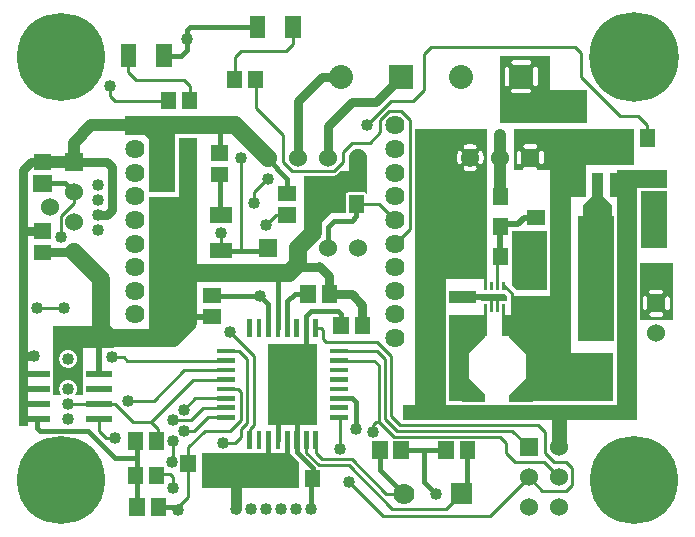
<source format=gbr>
G04 start of page 2 for group 0 idx 0 *
G04 Title: (unknown), component *
G04 Creator: pcb 20110918 *
G04 CreationDate: Thu 28 Mar 2013 11:33:22 PM GMT UTC *
G04 For: railfan *
G04 Format: Gerber/RS-274X *
G04 PCB-Dimensions: 225000 175000 *
G04 PCB-Coordinate-Origin: lower left *
%MOIN*%
%FSLAX25Y25*%
%LNTOP*%
%ADD44C,0.0370*%
%ADD43C,0.0240*%
%ADD42C,0.0530*%
%ADD41C,0.0480*%
%ADD40C,0.0380*%
%ADD39C,0.0280*%
%ADD38C,0.0320*%
%ADD37C,0.1285*%
%ADD36R,0.0142X0.0142*%
%ADD35R,0.0240X0.0240*%
%ADD34R,0.0098X0.0098*%
%ADD33R,0.0360X0.0360*%
%ADD32R,0.0945X0.0945*%
%ADD31R,0.0378X0.0378*%
%ADD30R,0.0630X0.0630*%
%ADD29R,0.0230X0.0230*%
%ADD28R,0.0200X0.0200*%
%ADD27R,0.0562X0.0562*%
%ADD26R,0.0157X0.0157*%
%ADD25R,0.0512X0.0512*%
%ADD24C,0.0700*%
%ADD23C,0.0800*%
%ADD22C,0.2987*%
%ADD21C,0.0640*%
%ADD20C,0.2937*%
%ADD19C,0.0500*%
%ADD18C,0.0350*%
%ADD17C,0.0600*%
%ADD16C,0.0400*%
%ADD15C,0.0300*%
%ADD14C,0.0200*%
%ADD13C,0.0100*%
%ADD12C,0.0150*%
%ADD11C,0.0001*%
G54D11*G36*
X102500Y107500D02*X108500D01*
X102500Y101500D01*
Y107500D01*
G37*
G36*
X64000Y26000D02*X93500D01*
X96500Y23000D01*
Y14500D01*
X64000D01*
Y26000D01*
G37*
G36*
X146500Y66500D02*X152000D01*
Y43500D01*
X146500D01*
Y66500D01*
G37*
G36*
X86000Y62500D02*X102500D01*
Y35500D01*
X86000D01*
Y62500D01*
G37*
G36*
X139000Y85000D02*X145500D01*
Y40500D01*
X139000D01*
Y85000D01*
G37*
G36*
X135000Y99000D02*X141500D01*
Y37000D01*
X135000D01*
Y99000D01*
G37*
G36*
X119000Y120000D02*Y112397D01*
X118996Y112407D01*
X118914Y112542D01*
X118811Y112661D01*
X118692Y112764D01*
X118557Y112846D01*
X118412Y112906D01*
X118259Y112943D01*
X118102Y112952D01*
X112827Y112943D01*
X112674Y112906D01*
X112529Y112846D01*
X112394Y112764D01*
X112275Y112661D01*
X112172Y112542D01*
X112090Y112407D01*
X112030Y112262D01*
X111993Y112109D01*
X111984Y111952D01*
X111993Y106000D01*
X98000D01*
Y118500D01*
X107941D01*
X108000Y118495D01*
X108235Y118514D01*
X108235Y118514D01*
X108465Y118569D01*
X108683Y118659D01*
X108884Y118783D01*
X109064Y118936D01*
X109102Y118981D01*
X110121Y120000D01*
X115892D01*
X116000Y119995D01*
X116108Y120000D01*
X119000D01*
G37*
G36*
X56500Y122500D02*Y131000D01*
X62500D01*
Y122500D01*
X56500D01*
G37*
G36*
X38500Y132000D02*Y138500D01*
X52500D01*
X55000Y136000D01*
Y113000D01*
X46500D01*
Y130500D01*
X45000Y132000D01*
X38500D01*
G37*
G36*
X46500Y111500D02*X58000D01*
Y66000D01*
X46500D01*
Y111500D01*
G37*
G36*
X3000Y39000D02*X6000D01*
Y35000D01*
X3000D01*
Y39000D01*
G37*
G36*
X14500Y68500D02*X33500D01*
X35000Y67000D01*
Y61500D01*
X34500Y61000D01*
X14500D01*
Y68500D01*
G37*
G36*
X19495D02*X24500D01*
Y45500D01*
X21737D01*
X21935Y45731D01*
X22181Y46134D01*
X22362Y46570D01*
X22472Y47029D01*
X22500Y47500D01*
X22472Y47971D01*
X22362Y48430D01*
X22181Y48866D01*
X21935Y49269D01*
X21628Y49628D01*
X21269Y49935D01*
X20866Y50181D01*
X20430Y50362D01*
X19971Y50472D01*
X19500Y50509D01*
X19495Y50509D01*
Y54491D01*
X19500Y54491D01*
X19971Y54528D01*
X20430Y54638D01*
X20866Y54819D01*
X21269Y55065D01*
X21628Y55372D01*
X21935Y55731D01*
X22181Y56134D01*
X22362Y56570D01*
X22472Y57029D01*
X22500Y57500D01*
X22472Y57971D01*
X22362Y58430D01*
X22181Y58866D01*
X21935Y59269D01*
X21628Y59628D01*
X21269Y59935D01*
X20866Y60181D01*
X20430Y60362D01*
X19971Y60472D01*
X19500Y60509D01*
X19495Y60509D01*
Y68500D01*
G37*
G36*
X14500Y45500D02*Y68500D01*
X19495D01*
Y60509D01*
X19029Y60472D01*
X18570Y60362D01*
X18134Y60181D01*
X17731Y59935D01*
X17372Y59628D01*
X17065Y59269D01*
X16819Y58866D01*
X16638Y58430D01*
X16528Y57971D01*
X16491Y57500D01*
X16528Y57029D01*
X16638Y56570D01*
X16819Y56134D01*
X17065Y55731D01*
X17372Y55372D01*
X17731Y55065D01*
X18134Y54819D01*
X18570Y54638D01*
X19029Y54528D01*
X19495Y54491D01*
Y50509D01*
X19029Y50472D01*
X18570Y50362D01*
X18134Y50181D01*
X17731Y49935D01*
X17372Y49628D01*
X17065Y49269D01*
X16819Y48866D01*
X16638Y48430D01*
X16528Y47971D01*
X16491Y47500D01*
X16528Y47029D01*
X16638Y46570D01*
X16819Y46134D01*
X17065Y45731D01*
X17263Y45500D01*
X14500D01*
G37*
G36*
X187000Y66000D02*Y43500D01*
X173500D01*
Y66000D01*
X187000D01*
G37*
G36*
X131000Y42000D02*X209000D01*
Y37000D01*
X131000D01*
Y42000D01*
G37*
G36*
X183000Y43500D02*Y59500D01*
X201000D01*
Y43500D01*
X183000D01*
G37*
G36*
X159000Y75000D02*Y65000D01*
X146500D01*
Y72000D01*
X158000D01*
Y75000D01*
X159000D01*
G37*
G36*
X158500Y79000D02*Y77000D01*
X154500D01*
Y79000D01*
X158500D01*
G37*
G36*
X168000Y77500D02*X167000D01*
Y79000D01*
X165500Y80500D01*
X164000D01*
Y82500D01*
X165000D01*
X168000Y79500D01*
Y77500D01*
G37*
G36*
X146500Y80000D02*X155500D01*
Y76000D01*
X146500D01*
Y80000D01*
G37*
G36*
X186500Y78500D02*Y65000D01*
X167000D01*
Y78500D01*
X186500D01*
G37*
G36*
X164000Y75500D02*X165000D01*
Y72000D01*
X167000D01*
Y75500D01*
X169000D01*
Y65000D01*
X164000D01*
Y75500D01*
G37*
G36*
X159000Y134000D02*Y124676D01*
X158986Y124500D01*
X159000Y124324D01*
Y118500D01*
X157113D01*
Y122353D01*
X157156Y122360D01*
X157268Y122397D01*
X157373Y122452D01*
X157468Y122522D01*
X157551Y122606D01*
X157619Y122702D01*
X157670Y122808D01*
X157818Y123216D01*
X157922Y123637D01*
X157984Y124067D01*
X158005Y124500D01*
X157984Y124933D01*
X157922Y125363D01*
X157818Y125784D01*
X157675Y126194D01*
X157622Y126300D01*
X157553Y126396D01*
X157470Y126481D01*
X157375Y126551D01*
X157269Y126606D01*
X157157Y126643D01*
X157113Y126651D01*
Y134000D01*
X159000D01*
G37*
G36*
X157113Y118500D02*X153502D01*
Y119995D01*
X153933Y120016D01*
X154363Y120078D01*
X154784Y120182D01*
X155194Y120325D01*
X155300Y120378D01*
X155396Y120447D01*
X155481Y120530D01*
X155551Y120625D01*
X155606Y120731D01*
X155643Y120843D01*
X155663Y120960D01*
X155664Y121079D01*
X155646Y121196D01*
X155610Y121309D01*
X155557Y121415D01*
X155488Y121512D01*
X155405Y121596D01*
X155309Y121667D01*
X155204Y121721D01*
X155092Y121759D01*
X154975Y121778D01*
X154856Y121779D01*
X154739Y121761D01*
X154626Y121723D01*
X154355Y121624D01*
X154075Y121556D01*
X153789Y121514D01*
X153502Y121500D01*
Y127500D01*
X153789Y127486D01*
X154075Y127444D01*
X154355Y127376D01*
X154628Y127280D01*
X154739Y127242D01*
X154856Y127225D01*
X154974Y127225D01*
X155091Y127245D01*
X155203Y127282D01*
X155307Y127336D01*
X155402Y127406D01*
X155485Y127491D01*
X155554Y127587D01*
X155607Y127692D01*
X155643Y127805D01*
X155660Y127921D01*
X155659Y128039D01*
X155640Y128156D01*
X155603Y128268D01*
X155548Y128373D01*
X155478Y128468D01*
X155394Y128551D01*
X155298Y128619D01*
X155192Y128670D01*
X154784Y128818D01*
X154363Y128922D01*
X153933Y128984D01*
X153502Y129005D01*
Y134000D01*
X157113D01*
Y126651D01*
X157040Y126663D01*
X156921Y126664D01*
X156804Y126646D01*
X156691Y126610D01*
X156585Y126557D01*
X156488Y126488D01*
X156404Y126405D01*
X156333Y126309D01*
X156279Y126204D01*
X156241Y126092D01*
X156222Y125975D01*
X156221Y125856D01*
X156239Y125739D01*
X156277Y125626D01*
X156376Y125355D01*
X156444Y125075D01*
X156486Y124789D01*
X156500Y124500D01*
X156486Y124211D01*
X156444Y123925D01*
X156376Y123645D01*
X156280Y123372D01*
X156242Y123261D01*
X156225Y123144D01*
X156225Y123026D01*
X156245Y122909D01*
X156282Y122797D01*
X156336Y122693D01*
X156406Y122598D01*
X156491Y122515D01*
X156587Y122446D01*
X156692Y122393D01*
X156805Y122357D01*
X156921Y122340D01*
X157039Y122341D01*
X157113Y122353D01*
Y118500D01*
G37*
G36*
X153502D02*X149887D01*
Y122349D01*
X149960Y122337D01*
X150079Y122336D01*
X150196Y122354D01*
X150309Y122390D01*
X150415Y122443D01*
X150512Y122512D01*
X150596Y122595D01*
X150667Y122691D01*
X150721Y122796D01*
X150759Y122908D01*
X150778Y123025D01*
X150779Y123144D01*
X150761Y123261D01*
X150723Y123374D01*
X150624Y123645D01*
X150556Y123925D01*
X150514Y124211D01*
X150500Y124500D01*
X150514Y124789D01*
X150556Y125075D01*
X150624Y125355D01*
X150720Y125628D01*
X150758Y125739D01*
X150775Y125856D01*
X150775Y125974D01*
X150755Y126091D01*
X150718Y126203D01*
X150664Y126307D01*
X150594Y126402D01*
X150509Y126485D01*
X150413Y126554D01*
X150308Y126607D01*
X150195Y126643D01*
X150079Y126660D01*
X149961Y126659D01*
X149887Y126647D01*
Y134000D01*
X153502D01*
Y129005D01*
X153500Y129005D01*
X153067Y128984D01*
X152637Y128922D01*
X152216Y128818D01*
X151806Y128675D01*
X151700Y128622D01*
X151604Y128553D01*
X151519Y128470D01*
X151449Y128375D01*
X151394Y128269D01*
X151357Y128157D01*
X151337Y128040D01*
X151336Y127921D01*
X151354Y127804D01*
X151390Y127691D01*
X151443Y127585D01*
X151512Y127488D01*
X151595Y127404D01*
X151691Y127333D01*
X151796Y127279D01*
X151908Y127241D01*
X152025Y127222D01*
X152144Y127221D01*
X152261Y127239D01*
X152374Y127277D01*
X152645Y127376D01*
X152925Y127444D01*
X153211Y127486D01*
X153500Y127500D01*
X153502Y127500D01*
Y121500D01*
X153500Y121500D01*
X153211Y121514D01*
X152925Y121556D01*
X152645Y121624D01*
X152372Y121720D01*
X152261Y121758D01*
X152144Y121775D01*
X152026Y121775D01*
X151909Y121755D01*
X151797Y121718D01*
X151693Y121664D01*
X151598Y121594D01*
X151515Y121509D01*
X151446Y121413D01*
X151393Y121308D01*
X151357Y121195D01*
X151340Y121079D01*
X151341Y120961D01*
X151360Y120844D01*
X151397Y120732D01*
X151452Y120627D01*
X151522Y120532D01*
X151606Y120449D01*
X151702Y120381D01*
X151808Y120330D01*
X152216Y120182D01*
X152637Y120078D01*
X153067Y120016D01*
X153500Y119995D01*
X153502Y119995D01*
Y118500D01*
G37*
G36*
X149887D02*X140000D01*
Y134000D01*
X149887D01*
Y126647D01*
X149844Y126640D01*
X149732Y126603D01*
X149627Y126548D01*
X149532Y126478D01*
X149449Y126394D01*
X149381Y126298D01*
X149330Y126192D01*
X149182Y125784D01*
X149078Y125363D01*
X149016Y124933D01*
X148995Y124500D01*
X149016Y124067D01*
X149078Y123637D01*
X149182Y123216D01*
X149325Y122806D01*
X149378Y122700D01*
X149447Y122604D01*
X149530Y122519D01*
X149625Y122449D01*
X149731Y122394D01*
X149843Y122357D01*
X149887Y122349D01*
Y118500D01*
G37*
G36*
X140000Y120000D02*X159000D01*
Y84000D01*
X140000D01*
Y120000D01*
G37*
G36*
X158000Y85500D02*X159000D01*
Y80500D01*
X158000D01*
Y85500D01*
G37*
G36*
X179000Y100000D02*Y80500D01*
X169000D01*
X167500Y82000D01*
Y100000D01*
X179000D01*
G37*
G36*
X187000Y123000D02*Y65000D01*
X180000D01*
Y123000D01*
X187000D01*
G37*
G36*
X177250Y134000D02*X187000D01*
Y132392D01*
X186443Y132391D01*
X186290Y132354D01*
X186145Y132294D01*
X186010Y132212D01*
X185891Y132109D01*
X185788Y131990D01*
X185706Y131855D01*
X185646Y131710D01*
X185609Y131557D01*
X185600Y131400D01*
X185609Y127643D01*
X185646Y127490D01*
X185706Y127345D01*
X185788Y127210D01*
X185891Y127091D01*
X186010Y126988D01*
X186145Y126906D01*
X186290Y126846D01*
X186443Y126809D01*
X186600Y126800D01*
X187000Y126801D01*
Y120500D01*
X177250D01*
Y122248D01*
X177368Y122257D01*
X177482Y122285D01*
X177592Y122330D01*
X177692Y122391D01*
X177782Y122468D01*
X177859Y122558D01*
X177920Y122658D01*
X177965Y122768D01*
X177993Y122882D01*
X178000Y123000D01*
Y126000D01*
X177993Y126118D01*
X177965Y126232D01*
X177920Y126342D01*
X177859Y126442D01*
X177782Y126532D01*
X177692Y126609D01*
X177592Y126670D01*
X177482Y126715D01*
X177368Y126743D01*
X177250Y126752D01*
Y134000D01*
G37*
G36*
X173500D02*X177250D01*
Y126752D01*
X177132Y126743D01*
X177018Y126715D01*
X176908Y126670D01*
X176808Y126609D01*
X176718Y126532D01*
X176641Y126442D01*
X176580Y126342D01*
X176535Y126232D01*
X176507Y126118D01*
X176500Y126000D01*
Y123000D01*
X176507Y122882D01*
X176535Y122768D01*
X176580Y122658D01*
X176641Y122558D01*
X176718Y122468D01*
X176808Y122391D01*
X176908Y122330D01*
X177018Y122285D01*
X177132Y122257D01*
X177250Y122248D01*
Y120500D01*
X175708D01*
X175715Y120518D01*
X175743Y120632D01*
X175752Y120750D01*
X175743Y120868D01*
X175715Y120982D01*
X175670Y121092D01*
X175609Y121192D01*
X175532Y121282D01*
X175442Y121359D01*
X175342Y121420D01*
X175232Y121465D01*
X175118Y121493D01*
X175000Y121500D01*
X173500D01*
Y127500D01*
X175000D01*
X175118Y127507D01*
X175232Y127535D01*
X175342Y127580D01*
X175442Y127641D01*
X175532Y127718D01*
X175609Y127808D01*
X175670Y127908D01*
X175715Y128018D01*
X175743Y128132D01*
X175752Y128250D01*
X175743Y128368D01*
X175715Y128482D01*
X175670Y128592D01*
X175609Y128692D01*
X175532Y128782D01*
X175442Y128859D01*
X175342Y128920D01*
X175232Y128965D01*
X175118Y128993D01*
X175000Y129000D01*
X173500D01*
Y134000D01*
G37*
G36*
X169750D02*X173500D01*
Y129000D01*
X172000D01*
X171882Y128993D01*
X171768Y128965D01*
X171658Y128920D01*
X171558Y128859D01*
X171468Y128782D01*
X171391Y128692D01*
X171330Y128592D01*
X171285Y128482D01*
X171257Y128368D01*
X171248Y128250D01*
X171257Y128132D01*
X171285Y128018D01*
X171330Y127908D01*
X171391Y127808D01*
X171468Y127718D01*
X171558Y127641D01*
X171658Y127580D01*
X171768Y127535D01*
X171882Y127507D01*
X172000Y127500D01*
X173500D01*
Y121500D01*
X172000D01*
X171882Y121493D01*
X171768Y121465D01*
X171658Y121420D01*
X171558Y121359D01*
X171468Y121282D01*
X171391Y121192D01*
X171330Y121092D01*
X171285Y120982D01*
X171257Y120868D01*
X171248Y120750D01*
X171257Y120632D01*
X171285Y120518D01*
X171292Y120500D01*
X169750D01*
Y122248D01*
X169868Y122257D01*
X169982Y122285D01*
X170092Y122330D01*
X170192Y122391D01*
X170282Y122468D01*
X170359Y122558D01*
X170420Y122658D01*
X170465Y122768D01*
X170493Y122882D01*
X170500Y123000D01*
Y126000D01*
X170493Y126118D01*
X170465Y126232D01*
X170420Y126342D01*
X170359Y126442D01*
X170282Y126532D01*
X170192Y126609D01*
X170092Y126670D01*
X169982Y126715D01*
X169868Y126743D01*
X169750Y126752D01*
Y134000D01*
G37*
G36*
X168000D02*X169750D01*
Y126752D01*
X169632Y126743D01*
X169518Y126715D01*
X169408Y126670D01*
X169308Y126609D01*
X169218Y126532D01*
X169141Y126442D01*
X169080Y126342D01*
X169035Y126232D01*
X169007Y126118D01*
X169000Y126000D01*
Y123000D01*
X169007Y122882D01*
X169035Y122768D01*
X169080Y122658D01*
X169141Y122558D01*
X169218Y122468D01*
X169308Y122391D01*
X169408Y122330D01*
X169518Y122285D01*
X169632Y122257D01*
X169750Y122248D01*
Y120500D01*
X168000D01*
Y134000D01*
G37*
G36*
X175250Y158500D02*X180000D01*
Y136000D01*
X175250D01*
Y148248D01*
X175368Y148257D01*
X175482Y148285D01*
X175592Y148330D01*
X175692Y148391D01*
X175782Y148468D01*
X175859Y148558D01*
X175920Y148658D01*
X175965Y148768D01*
X175993Y148882D01*
X176000Y149000D01*
Y154000D01*
X175993Y154118D01*
X175965Y154232D01*
X175920Y154342D01*
X175859Y154442D01*
X175782Y154532D01*
X175692Y154609D01*
X175592Y154670D01*
X175482Y154715D01*
X175368Y154743D01*
X175250Y154752D01*
Y158500D01*
G37*
G36*
X170500D02*X175250D01*
Y154752D01*
X175132Y154743D01*
X175018Y154715D01*
X174908Y154670D01*
X174808Y154609D01*
X174718Y154532D01*
X174641Y154442D01*
X174580Y154342D01*
X174535Y154232D01*
X174507Y154118D01*
X174500Y154000D01*
Y149000D01*
X174507Y148882D01*
X174535Y148768D01*
X174580Y148658D01*
X174641Y148558D01*
X174718Y148468D01*
X174808Y148391D01*
X174908Y148330D01*
X175018Y148285D01*
X175132Y148257D01*
X175250Y148248D01*
Y136000D01*
X170500D01*
Y146000D01*
X173000D01*
X173118Y146007D01*
X173232Y146035D01*
X173342Y146080D01*
X173442Y146141D01*
X173532Y146218D01*
X173609Y146308D01*
X173670Y146408D01*
X173715Y146518D01*
X173743Y146632D01*
X173752Y146750D01*
X173743Y146868D01*
X173715Y146982D01*
X173670Y147092D01*
X173609Y147192D01*
X173532Y147282D01*
X173442Y147359D01*
X173342Y147420D01*
X173232Y147465D01*
X173118Y147493D01*
X173000Y147500D01*
X170500D01*
Y155500D01*
X173000D01*
X173118Y155507D01*
X173232Y155535D01*
X173342Y155580D01*
X173442Y155641D01*
X173532Y155718D01*
X173609Y155808D01*
X173670Y155908D01*
X173715Y156018D01*
X173743Y156132D01*
X173752Y156250D01*
X173743Y156368D01*
X173715Y156482D01*
X173670Y156592D01*
X173609Y156692D01*
X173532Y156782D01*
X173442Y156859D01*
X173342Y156920D01*
X173232Y156965D01*
X173118Y156993D01*
X173000Y157000D01*
X170500D01*
Y158500D01*
G37*
G36*
X165750D02*X170500D01*
Y157000D01*
X168000D01*
X167882Y156993D01*
X167768Y156965D01*
X167658Y156920D01*
X167558Y156859D01*
X167468Y156782D01*
X167391Y156692D01*
X167330Y156592D01*
X167285Y156482D01*
X167257Y156368D01*
X167248Y156250D01*
X167257Y156132D01*
X167285Y156018D01*
X167330Y155908D01*
X167391Y155808D01*
X167468Y155718D01*
X167558Y155641D01*
X167658Y155580D01*
X167768Y155535D01*
X167882Y155507D01*
X168000Y155500D01*
X170500D01*
Y147500D01*
X168000D01*
X167882Y147493D01*
X167768Y147465D01*
X167658Y147420D01*
X167558Y147359D01*
X167468Y147282D01*
X167391Y147192D01*
X167330Y147092D01*
X167285Y146982D01*
X167257Y146868D01*
X167248Y146750D01*
X167257Y146632D01*
X167285Y146518D01*
X167330Y146408D01*
X167391Y146308D01*
X167468Y146218D01*
X167558Y146141D01*
X167658Y146080D01*
X167768Y146035D01*
X167882Y146007D01*
X168000Y146000D01*
X170500D01*
Y136000D01*
X165750D01*
Y148248D01*
X165868Y148257D01*
X165982Y148285D01*
X166092Y148330D01*
X166192Y148391D01*
X166282Y148468D01*
X166359Y148558D01*
X166420Y148658D01*
X166465Y148768D01*
X166493Y148882D01*
X166500Y149000D01*
Y154000D01*
X166493Y154118D01*
X166465Y154232D01*
X166420Y154342D01*
X166359Y154442D01*
X166282Y154532D01*
X166192Y154609D01*
X166092Y154670D01*
X165982Y154715D01*
X165868Y154743D01*
X165750Y154752D01*
Y158500D01*
G37*
G36*
X163500D02*X165750D01*
Y154752D01*
X165632Y154743D01*
X165518Y154715D01*
X165408Y154670D01*
X165308Y154609D01*
X165218Y154532D01*
X165141Y154442D01*
X165080Y154342D01*
X165035Y154232D01*
X165007Y154118D01*
X165000Y154000D01*
Y149000D01*
X165007Y148882D01*
X165035Y148768D01*
X165080Y148658D01*
X165141Y148558D01*
X165218Y148468D01*
X165308Y148391D01*
X165408Y148330D01*
X165518Y148285D01*
X165632Y148257D01*
X165750Y148248D01*
Y136000D01*
X163500D01*
Y158500D01*
G37*
G36*
X178000Y136000D02*Y147000D01*
X192500D01*
Y136000D01*
X178000D01*
G37*
G36*
X184000Y134000D02*X208000D01*
Y122000D01*
X184000D01*
Y134000D01*
G37*
G36*
X192000Y125000D02*Y111500D01*
X184000D01*
Y125000D01*
X192000D01*
G37*
G36*
X202500Y120500D02*X209000D01*
Y40500D01*
X202500D01*
Y120500D01*
G37*
G36*
X201500Y63500D02*X189500D01*
Y105000D01*
X201500D01*
Y63500D01*
G37*
G36*
X221000Y81500D02*X210000D01*
Y89500D01*
X221000D01*
Y81500D01*
G37*
G36*
X205500Y120500D02*X219000D01*
Y114500D01*
X205500D01*
Y120500D01*
G37*
G36*
X221000Y70500D02*X219250D01*
Y73748D01*
X219368Y73757D01*
X219482Y73785D01*
X219592Y73830D01*
X219692Y73891D01*
X219782Y73968D01*
X219859Y74058D01*
X219920Y74158D01*
X219965Y74268D01*
X219993Y74382D01*
X220000Y74500D01*
Y77500D01*
X219993Y77618D01*
X219965Y77732D01*
X219920Y77842D01*
X219859Y77942D01*
X219782Y78032D01*
X219692Y78109D01*
X219592Y78170D01*
X219482Y78215D01*
X219368Y78243D01*
X219250Y78252D01*
Y82500D01*
X221000D01*
Y70500D01*
G37*
G36*
X219250D02*X215676D01*
X215500Y70514D01*
Y71500D01*
X217000D01*
X217118Y71507D01*
X217232Y71535D01*
X217342Y71580D01*
X217442Y71641D01*
X217532Y71718D01*
X217609Y71808D01*
X217670Y71908D01*
X217715Y72018D01*
X217743Y72132D01*
X217752Y72250D01*
X217743Y72368D01*
X217715Y72482D01*
X217670Y72592D01*
X217609Y72692D01*
X217532Y72782D01*
X217442Y72859D01*
X217342Y72920D01*
X217232Y72965D01*
X217118Y72993D01*
X217000Y73000D01*
X215500D01*
Y79000D01*
X217000D01*
X217118Y79007D01*
X217232Y79035D01*
X217342Y79080D01*
X217442Y79141D01*
X217532Y79218D01*
X217609Y79308D01*
X217670Y79408D01*
X217715Y79518D01*
X217743Y79632D01*
X217752Y79750D01*
X217743Y79868D01*
X217715Y79982D01*
X217670Y80092D01*
X217609Y80192D01*
X217532Y80282D01*
X217442Y80359D01*
X217342Y80420D01*
X217232Y80465D01*
X217118Y80493D01*
X217000Y80500D01*
X215500D01*
Y82500D01*
X219250D01*
Y78252D01*
X219132Y78243D01*
X219018Y78215D01*
X218908Y78170D01*
X218808Y78109D01*
X218718Y78032D01*
X218641Y77942D01*
X218580Y77842D01*
X218535Y77732D01*
X218507Y77618D01*
X218500Y77500D01*
Y74500D01*
X218507Y74382D01*
X218535Y74268D01*
X218580Y74158D01*
X218641Y74058D01*
X218718Y73968D01*
X218808Y73891D01*
X218908Y73830D01*
X219018Y73785D01*
X219132Y73757D01*
X219250Y73748D01*
Y70500D01*
G37*
G36*
X215500Y70514D02*X215500D01*
X215324Y70500D01*
X211750D01*
Y73748D01*
X211868Y73757D01*
X211982Y73785D01*
X212092Y73830D01*
X212192Y73891D01*
X212282Y73968D01*
X212359Y74058D01*
X212420Y74158D01*
X212465Y74268D01*
X212493Y74382D01*
X212500Y74500D01*
Y77500D01*
X212493Y77618D01*
X212465Y77732D01*
X212420Y77842D01*
X212359Y77942D01*
X212282Y78032D01*
X212192Y78109D01*
X212092Y78170D01*
X211982Y78215D01*
X211868Y78243D01*
X211750Y78252D01*
Y82500D01*
X215500D01*
Y80500D01*
X214000D01*
X213882Y80493D01*
X213768Y80465D01*
X213658Y80420D01*
X213558Y80359D01*
X213468Y80282D01*
X213391Y80192D01*
X213330Y80092D01*
X213285Y79982D01*
X213257Y79868D01*
X213248Y79750D01*
X213257Y79632D01*
X213285Y79518D01*
X213330Y79408D01*
X213391Y79308D01*
X213468Y79218D01*
X213558Y79141D01*
X213658Y79080D01*
X213768Y79035D01*
X213882Y79007D01*
X214000Y79000D01*
X215500D01*
Y73000D01*
X214000D01*
X213882Y72993D01*
X213768Y72965D01*
X213658Y72920D01*
X213558Y72859D01*
X213468Y72782D01*
X213391Y72692D01*
X213330Y72592D01*
X213285Y72482D01*
X213257Y72368D01*
X213248Y72250D01*
X213257Y72132D01*
X213285Y72018D01*
X213330Y71908D01*
X213391Y71808D01*
X213468Y71718D01*
X213558Y71641D01*
X213658Y71580D01*
X213768Y71535D01*
X213882Y71507D01*
X214000Y71500D01*
X215500D01*
Y70514D01*
G37*
G36*
X211750Y70500D02*X210000D01*
Y82500D01*
X211750D01*
Y78252D01*
X211632Y78243D01*
X211518Y78215D01*
X211408Y78170D01*
X211308Y78109D01*
X211218Y78032D01*
X211141Y77942D01*
X211080Y77842D01*
X211035Y77732D01*
X211007Y77618D01*
X211000Y77500D01*
Y74500D01*
X211007Y74382D01*
X211035Y74268D01*
X211080Y74158D01*
X211141Y74058D01*
X211218Y73968D01*
X211308Y73891D01*
X211408Y73830D01*
X211518Y73785D01*
X211632Y73757D01*
X211750Y73748D01*
Y70500D01*
G37*
G36*
X210500Y94500D02*Y113500D01*
X219000D01*
Y94500D01*
X210500D01*
G37*
G36*
X135000Y134000D02*X142500D01*
Y98000D01*
X135000D01*
Y134000D01*
G37*
G54D12*X115500Y105000D02*X114000Y103500D01*
X108000D02*X114000D01*
X106000Y101500D02*X108000Y103500D01*
G54D13*X115500Y109000D02*X123252D01*
X128500Y103752D01*
G54D12*X115500Y109000D02*Y105000D01*
G54D13*X133500Y100878D02*X128500Y95878D01*
X162519Y90433D02*Y81642D01*
Y90433D02*X163586Y91500D01*
X165000Y91414D02*X165086Y91500D01*
G54D14*X163500Y102500D02*Y91500D01*
X171500Y104500D02*X175500D01*
G54D13*X175543Y104543D01*
X162519Y77981D02*X162500Y78000D01*
X162519Y74358D02*Y77981D01*
X160551Y74358D02*Y77949D01*
X160500Y78000D01*
G54D12*X92575Y67779D02*Y76575D01*
X95000Y79000D01*
X99457D01*
G54D15*X102500Y88000D02*X96000D01*
X106543Y79000D02*X106500Y85000D01*
X103000Y88500D01*
G54D12*X86275Y67779D02*Y75725D01*
X83500Y78500D01*
G54D15*X106543Y79000D02*X114000D01*
X117500Y75500D01*
Y68543D01*
G54D12*X100500Y73500D02*X109500D01*
X110500Y72500D02*Y68543D01*
X98874Y71874D02*X100500Y73500D01*
G54D13*X102023Y67779D02*X103721D01*
G54D14*X165086Y102500D02*X169500D01*
G54D16*X163500Y124500D02*Y132000D01*
X163586Y124414D02*X163500Y124500D01*
X163586Y113500D02*Y124414D01*
G54D14*X169500Y102500D02*X171500Y104500D01*
G54D13*X203500Y138500D02*X209500D01*
X212500Y135500D01*
Y131043D01*
X212543Y131000D01*
X203500Y138500D02*X190500Y151500D01*
Y159500D01*
X188500Y161500D01*
X140500D02*X188500D01*
X81500Y113000D02*X86500Y118000D01*
X81500Y109500D02*Y113000D01*
X91000Y132000D02*Y123000D01*
X94000Y120000D01*
X108000D01*
X111000Y123000D01*
G54D17*X116000Y124500D02*Y119000D01*
G54D13*X111000Y123000D02*Y126500D01*
X114000Y129500D01*
X120000D01*
X123500Y133000D01*
Y137000D01*
X133500D02*Y100878D01*
X39500Y158405D02*X39595Y158500D01*
X39500Y153000D02*Y158405D01*
X42000Y150500D02*X39500Y153000D01*
G54D12*X57000Y158500D02*X51405D01*
G54D13*X75000Y149500D02*Y158000D01*
X58000Y150500D02*X42000D01*
X60043Y148457D02*X58000Y150500D01*
X60043Y143500D02*Y148457D01*
X35000Y143500D02*X52957D01*
X33500Y148500D02*Y145000D01*
X35000Y143500D01*
G54D16*X41886Y135248D02*X27248D01*
G54D17*X41886D02*X75252D01*
G54D16*X27248D02*X21500Y129500D01*
Y123000D01*
G54D13*Y109500D02*Y113000D01*
G54D12*X18586Y115914D01*
G54D16*X21500Y123000D02*X11000D01*
G54D15*X7000D02*X4500Y120500D01*
G54D12*X18586Y115914D02*X11000D01*
G54D15*Y123000D02*X7000D01*
X34000Y121500D02*X32500Y123000D01*
X21500D01*
X96000Y143500D02*X104000Y151500D01*
X110500D01*
X130500D02*X122000Y143000D01*
G54D13*X123500Y137000D02*X126500Y140000D01*
X134500Y143500D02*X127000D01*
X119000Y135500D01*
X126500Y140000D02*X130500D01*
X133500Y137000D01*
G54D15*X122000Y143000D02*X114000D01*
X106000Y135000D01*
Y124500D01*
G54D13*X134500Y143500D02*X138000Y147000D01*
Y159000D01*
X140500Y161500D02*X138000Y159000D01*
G54D15*X96000Y124500D02*Y143500D01*
G54D12*X70000Y126043D02*Y134500D01*
X70043Y126000D02*X70000Y126043D01*
G54D13*X77000Y160000D02*X92000D01*
X94500Y167905D02*X94405Y168000D01*
X94500Y162500D02*Y167905D01*
X92000Y160000D02*X94500Y162500D01*
X75000Y158000D02*X77000Y160000D01*
G54D12*X82595Y168000D02*X60000D01*
X59000Y167000D01*
Y160500D01*
X57000Y158500D01*
G54D13*X82043Y150500D02*Y140957D01*
X91000Y132000D01*
X75000Y29500D02*X71000D01*
X77000Y37000D02*X73500Y33500D01*
X77000Y34000D02*Y31500D01*
X79000Y36000D02*X77000Y34000D01*
Y31500D02*X75000Y29500D01*
X73500Y33500D02*X65000D01*
X81500Y58500D02*X73500Y66500D01*
X81500Y35500D02*Y58500D01*
X79000Y57500D02*Y36000D01*
X72221Y47425D02*X76075D01*
X77000Y46500D01*
Y37000D01*
G54D18*X75500Y7500D02*Y17000D01*
G54D12*X89425Y30221D02*Y48425D01*
X86276Y30221D02*Y25224D01*
X92575Y30221D02*Y25075D01*
G54D13*X79977Y30221D02*Y33977D01*
X176000Y35500D02*X130000D01*
X167500Y33500D02*X129000D01*
X163500Y31500D02*X128000D01*
X130000Y35500D02*X127000Y38500D01*
X129000Y33500D02*X125000Y37500D01*
X128000Y31500D02*X123000Y36500D01*
X173000Y28000D02*X167500Y33500D01*
X168500Y23000D02*X165500Y26000D01*
Y29500D01*
X163500Y31500D01*
X173000Y18000D02*X177500Y13500D01*
X160000Y5000D02*X173000Y18000D01*
X124500Y5000D02*X160000D01*
X122476Y60024D02*X125000Y57500D01*
X109779Y60024D02*X122476D01*
G54D12*X106500Y79043D02*X106543Y79000D01*
X109500Y73500D02*X110500Y72500D01*
G54D13*X102000Y67756D02*X102023Y67779D01*
G54D12*X89425D02*Y85925D01*
X89500Y86000D01*
G54D13*X109779Y56874D02*X121626D01*
X103000Y22000D02*X113000D01*
G54D12*X109779Y44276D02*X114224D01*
X115500Y43000D01*
Y34000D01*
X100500Y16957D02*X101043Y17500D01*
G54D13*X121626Y56874D02*X123000Y55500D01*
X125000Y57500D02*Y37500D01*
X123000Y55500D02*Y36500D01*
X127000Y38500D02*Y58500D01*
G54D12*X130500Y27000D02*X145457D01*
X138000D02*Y16500D01*
X142000Y12500D01*
G54D13*X127500Y7500D02*X145606D01*
X150606Y12500D01*
G54D12*X123414Y28000D02*Y20480D01*
X131394Y12500D01*
G54D13*X125500D02*X131394D01*
X113000Y22000D02*X127500Y7500D01*
X114000Y24000D02*X125500Y12500D01*
G54D12*X100500Y7500D02*Y16957D01*
G54D13*X113000Y16500D02*X124500Y5000D01*
X59500Y28000D02*X65000Y33500D01*
G54D12*X59500Y22543D02*X59457Y22500D01*
G54D13*X59500Y28000D02*Y22543D01*
G54D12*X35000Y24500D02*X42500D01*
G54D13*X29750Y33250D02*X32000Y31000D01*
X35000D01*
G54D12*X42457Y8000D02*Y30000D01*
X35000Y24500D02*X26000Y33500D01*
G54D13*X59457Y11457D02*X56000Y8000D01*
X59457Y22500D02*Y11457D01*
X47000Y36500D02*X49500Y34000D01*
Y30043D02*X49543Y30000D01*
X54500D02*Y23500D01*
X49500Y34000D02*Y30043D01*
X54500Y23500D02*X54000Y23000D01*
G54D12*X56000Y8000D02*X49543D01*
G54D13*X54500Y14500D02*Y18000D01*
X53500Y19000D01*
X49543D01*
X58224Y53724D02*X48000Y43500D01*
X72221Y53724D02*X58224D01*
X48000Y43500D02*X39500D01*
X72221Y56874D02*X39126D01*
X38000Y58000D01*
X34000D01*
G54D12*X106000Y94000D02*Y101500D01*
G54D17*X101000Y99500D02*X96000Y94500D01*
X101000Y109500D02*Y99500D01*
X96000Y94500D02*Y89000D01*
G54D13*X77000Y124500D02*Y93500D01*
G54D17*X59500Y69500D02*Y127500D01*
G54D12*X70000Y105905D02*X70500Y105405D01*
X70000Y119457D02*Y105905D01*
G54D13*X70500Y99500D02*Y93595D01*
G54D12*X67586Y78500D02*X67543Y78543D01*
G54D14*X85457Y124543D02*X86000Y124000D01*
X85500Y93500D02*X86000Y94000D01*
G54D13*X88914Y105414D02*X85500Y102000D01*
X92500Y105414D02*X88914D01*
G54D12*X92500Y117500D02*X86000Y124000D01*
X92500Y112500D02*Y117500D01*
G54D17*X75252Y135248D02*X86000Y124500D01*
G54D14*X67543Y71457D02*X59543D01*
X59500Y71500D01*
G54D12*X83500Y78500D02*X67586D01*
G54D17*X96000Y89000D02*X93000Y86000D01*
G54D12*X69500Y93500D02*X85500D01*
G54D17*X93000Y86000D02*X60500D01*
X30500Y68000D02*Y84000D01*
G54D15*X8000Y58500D02*X4500D01*
G54D13*X9000Y74500D02*X18000D01*
G54D14*X29750Y52500D02*Y62250D01*
G54D13*X35000Y42500D02*X19500D01*
G54D17*X30500Y84000D02*X21500Y93000D01*
G54D15*X11043D02*X11000Y93043D01*
Y99957D02*X4543D01*
G54D13*X17000Y98000D02*Y105000D01*
X21500Y109500D01*
G54D15*Y93000D02*X11043D01*
X4500Y120500D02*Y39000D01*
X29500Y105500D02*X32500D01*
X34000Y107000D01*
Y121500D01*
G54D12*X26000Y33500D02*X10000D01*
G54D13*X29750Y37500D02*Y33250D01*
G54D12*X9000Y34500D02*Y37250D01*
G54D13*X61775Y44275D02*X58000Y40500D01*
X64626Y41126D02*X60500Y37000D01*
X54500D01*
X41000Y36500D02*X35000Y42500D01*
X47000Y36500D02*X41000D01*
X65976Y37976D02*X61500Y33500D01*
X58000D01*
X79977Y33977D02*X81500Y35500D01*
X72221Y41126D02*X64626D01*
X72221Y37976D02*X65976D01*
X72221Y44275D02*X61775D01*
G54D12*X10000Y33500D02*X9000Y34500D01*
G54D17*X54382Y64382D02*X59500Y69500D01*
X54382Y64382D02*X34118D01*
G54D13*X76477Y60023D02*X79000Y57500D01*
X72221Y60023D02*X76477D01*
X47000Y36500D02*X61000Y50500D01*
X72146D01*
X72221Y50575D01*
X183000Y18000D02*X178000Y23000D01*
X168500D01*
X185500D02*X181500D01*
G54D12*X101000Y17543D02*X101043Y17500D01*
X101000Y21000D02*Y17543D01*
G54D13*X104000Y24000D02*X114000D01*
X122000Y36500D02*X121000Y35500D01*
Y33000D01*
X98874Y26126D02*X103000Y22000D01*
G54D12*X95725Y26275D02*X101000Y21000D01*
X110500Y68543D02*X110457Y68500D01*
G54D13*X127000Y58500D02*X122500Y63000D01*
X105500D01*
G54D15*X117500Y68543D02*X117543Y68500D01*
G54D13*X105500Y63000D02*X104500Y64000D01*
G54D12*X98874Y52374D02*Y71874D01*
G54D13*X103721Y67779D02*X104500Y67000D01*
Y64000D01*
X123000Y36500D02*X122000D01*
X102024Y30221D02*Y25976D01*
X104000Y24000D01*
X98874Y30221D02*Y26126D01*
G54D12*X95725Y48225D02*Y26275D01*
G54D13*X110000Y27500D02*Y37756D01*
X109779Y37977D01*
G54D19*X183000Y28000D02*Y39000D01*
G54D13*X177500Y13500D02*X185500D01*
X187500Y15500D01*
Y21000D01*
X185500Y23000D01*
X181500D02*X178500Y26000D01*
Y33000D01*
X176000Y35500D01*
G54D12*X152543Y28000D02*Y14437D01*
G54D20*X17000Y158000D03*
G54D11*G36*
X38686Y138448D02*Y132048D01*
X45086D01*
Y138448D01*
X38686D01*
G37*
G36*
X83000Y97500D02*Y91500D01*
X89000D01*
Y97500D01*
X83000D01*
G37*
G54D17*X96000Y94500D03*
Y124500D03*
X86000D03*
X106000Y94500D03*
X116000D03*
G54D21*X128500Y88004D03*
Y80130D03*
Y72256D03*
Y119500D03*
Y111626D03*
Y103752D03*
Y95878D03*
G54D11*G36*
X212500Y79000D02*Y73000D01*
X218500D01*
Y79000D01*
X212500D01*
G37*
G54D17*X215500Y66000D03*
G54D11*G36*
X170500Y127500D02*Y121500D01*
X176500D01*
Y127500D01*
X170500D01*
G37*
G54D17*X163500Y124500D03*
X153500D03*
X116000D03*
X106000D03*
G54D22*X208000Y158000D03*
G54D11*G36*
X166500Y155500D02*Y147500D01*
X174500D01*
Y155500D01*
X166500D01*
G37*
G54D23*X150500Y151500D03*
G54D11*G36*
X126500Y155500D02*Y147500D01*
X134500D01*
Y155500D01*
X126500D01*
G37*
G54D21*X128500Y135248D03*
Y127374D03*
G54D23*X110500Y151500D03*
G54D20*X17000Y17000D03*
G54D16*X19500Y57500D03*
Y52500D03*
Y47500D03*
Y42500D03*
Y37500D03*
G54D11*G36*
X170000Y31000D02*Y25000D01*
X176000D01*
Y31000D01*
X170000D01*
G37*
G54D17*X183000Y28000D03*
G54D20*X208000Y17000D03*
G54D17*X183000Y18000D03*
Y8000D03*
G54D11*G36*
X147106Y16000D02*Y9000D01*
X154106D01*
Y16000D01*
X147106D01*
G37*
G54D24*X131394Y12500D03*
G54D17*X173000Y18000D03*
Y8000D03*
G54D16*X100500Y7500D03*
G54D21*X128500Y64382D03*
G54D16*X95500Y7500D03*
X90500D03*
X85500D03*
X80500D03*
X75500D03*
G54D11*G36*
X18500Y126000D02*Y120000D01*
X24500D01*
Y126000D01*
X18500D01*
G37*
G54D16*X29500Y115500D03*
G54D17*X21500Y113000D03*
Y103000D03*
Y93000D03*
G54D16*X29500Y110500D03*
Y105500D03*
Y100500D03*
G54D17*X13500Y108000D03*
G54D21*X41886Y127374D03*
Y119500D03*
Y111626D03*
Y103752D03*
Y95878D03*
Y88004D03*
Y80130D03*
Y72256D03*
Y64382D03*
G54D25*X67150Y71457D02*X67936D01*
X67150Y78543D02*X67936D01*
X69319Y93595D02*X71681D01*
G54D26*X92575Y69992D02*Y65566D01*
G54D25*X99457Y79393D02*Y78607D01*
X106543Y79393D02*Y78607D01*
X110457Y68893D02*Y68107D01*
G54D26*X89425Y69992D02*Y65566D01*
G54D25*X101043Y17893D02*Y17107D01*
X93957Y17893D02*Y17107D01*
G54D26*X86275Y69992D02*Y65566D01*
X83126Y69992D02*Y65566D01*
X79976Y69992D02*Y65566D01*
X70008Y60023D02*X74434D01*
X70008Y56874D02*X74434D01*
X70008Y53724D02*X74434D01*
X70008Y50575D02*X74434D01*
X70008Y47425D02*X74434D01*
X70008Y44275D02*X74434D01*
X70008Y41126D02*X74434D01*
X70008Y37976D02*X74434D01*
G54D27*X10607Y115914D02*X11393D01*
G54D25*X10607Y123000D02*X11393D01*
X60043Y143893D02*Y143107D01*
X52957Y143893D02*Y143107D01*
X69607Y126043D02*X70393D01*
X59500Y127893D02*Y127107D01*
X52414Y127893D02*Y127107D01*
X69319Y105405D02*X71681D01*
X52414Y116893D02*Y116107D01*
X59500Y116893D02*Y116107D01*
X69607Y118957D02*X70393D01*
X82595Y169181D02*Y166819D01*
X74957Y150893D02*Y150107D01*
X82043Y150893D02*Y150107D01*
X94405Y169181D02*Y166819D01*
X108457Y109393D02*Y108607D01*
X115543Y109393D02*Y108607D01*
X92107Y105414D02*X92893D01*
X92107Y112500D02*X92893D01*
X51405Y159681D02*Y157319D01*
X39595Y159681D02*Y157319D01*
X59457Y22893D02*Y22107D01*
X66543Y22893D02*Y22107D01*
X49043Y30393D02*Y29607D01*
X49543Y8393D02*Y7607D01*
X42457Y8393D02*Y7607D01*
G54D28*X26500Y37500D02*X33000D01*
X26500Y42500D02*X33000D01*
X26500Y47500D02*X33000D01*
X26500Y52500D02*X33000D01*
G54D25*X41957Y30393D02*Y29607D01*
X49043Y18893D02*Y18107D01*
X41957Y18893D02*Y18107D01*
X10607Y100043D02*X11393D01*
X10607Y92957D02*X11393D01*
G54D28*X6000Y52500D02*X12500D01*
X6000Y47500D02*X12500D01*
X6000Y42500D02*X12500D01*
X6000Y37500D02*X12500D01*
G54D29*X173243Y65700D02*Y44300D01*
X167643D02*X173243D01*
X151843D02*X157443D01*
G54D11*G36*
X170093Y47450D02*Y43450D01*
X174093D01*
Y47450D01*
X170093D01*
G37*
G36*
X150993Y66550D02*Y62550D01*
X154993D01*
Y66550D01*
X150993D01*
G37*
G36*
Y47450D02*Y43450D01*
X154993D01*
Y47450D01*
X150993D01*
G37*
G36*
X168620Y66671D02*X174214Y61077D01*
X172093Y58956D01*
X166499Y64550D01*
X168620Y66671D01*
G37*
G36*
X166499Y45450D02*X172093Y51044D01*
X174214Y48923D01*
X168620Y43329D01*
X166499Y45450D01*
G37*
G36*
X150872Y61077D02*X156466Y66671D01*
X158587Y64550D01*
X152993Y58956D01*
X150872Y61077D01*
G37*
G36*
X152993Y51044D02*X158587Y45450D01*
X156466Y43329D01*
X150872Y48923D01*
X152993Y51044D01*
G37*
G54D25*X123414Y27393D02*Y26607D01*
X130500Y27393D02*Y26607D01*
X152543Y27393D02*Y26607D01*
X145457Y27393D02*Y26607D01*
G54D29*X167643Y65700D02*X173243D01*
X151843D02*Y44300D01*
Y65700D02*X157443D01*
G54D11*G36*
X170093Y66550D02*Y62550D01*
X174093D01*
Y66550D01*
X170093D01*
G37*
G54D26*X79977Y32434D02*Y28008D01*
X83126Y32434D02*Y28008D01*
X86276Y32434D02*Y28008D01*
X89425Y32434D02*Y28008D01*
X92575Y32434D02*Y28008D01*
X95725Y32434D02*Y28008D01*
X98874Y32434D02*Y28008D01*
X102024Y32434D02*Y28008D01*
X107566Y37977D02*X111992D01*
X107566Y41126D02*X111992D01*
X107566Y44276D02*X111992D01*
X107566Y47425D02*X111992D01*
X107566Y50575D02*X111992D01*
X107566Y53725D02*X111992D01*
X107566Y56874D02*X111992D01*
X107566Y60024D02*X111992D01*
X102023Y69992D02*Y65566D01*
X98874Y69992D02*Y65566D01*
X95724Y69992D02*Y65566D01*
G54D25*X117543Y68893D02*Y68107D01*
X213319Y86095D02*X215681D01*
X213319Y97905D02*X215681D01*
G54D30*X194000Y54807D02*Y48508D01*
Y74492D02*Y68193D01*
G54D25*X215107Y110457D02*X215893D01*
X215107Y117543D02*X215893D01*
G54D31*X196000Y117405D02*Y105595D01*
G54D32*Y103861D02*Y101971D01*
G54D33*X188400Y129600D02*X189600D01*
X188400Y142500D02*X189600D01*
G54D31*X201906Y117405D02*Y113311D01*
G54D11*G36*
X197885Y111426D02*X200725Y108586D01*
X199305Y107166D01*
X196465Y110006D01*
X197885Y111426D01*
G37*
G36*
X191275Y108586D02*X194115Y111426D01*
X195535Y110006D01*
X192695Y107166D01*
X191275Y108586D01*
G37*
G54D31*X190094Y117405D02*Y113311D01*
G54D25*X212543Y131393D02*Y130607D01*
X205457Y131393D02*Y130607D01*
X156500Y111893D02*Y111107D01*
X163586Y111893D02*Y111107D01*
X156457Y101893D02*Y101107D01*
X163543Y101893D02*Y101107D01*
X163586Y91893D02*Y91107D01*
X156500Y91893D02*Y91107D01*
X175150Y97457D02*X175936D01*
X175150Y104543D02*X175936D01*
X175150Y75957D02*X175936D01*
X175150Y83043D02*X175936D01*
G54D34*X164488Y82528D02*Y80756D01*
X162519Y82528D02*Y80756D01*
X160551Y82528D02*Y80756D01*
X158582Y82528D02*Y80756D01*
Y75244D02*Y73472D01*
X160551Y75244D02*Y73472D01*
X162519Y75244D02*Y73472D01*
X164488Y75244D02*Y73472D01*
G54D35*X158405Y78000D02*X163681D01*
G54D36*X157913Y77508D02*X165157D01*
G54D11*G36*
X163797Y78117D02*X164881Y79201D01*
X165865Y78217D01*
X164781Y77133D01*
X163797Y78117D01*
G37*
G54D16*X85500Y102000D03*
X77000Y124500D03*
X81500Y109500D03*
X86000Y117500D03*
X83500Y78500D03*
X137000Y101000D03*
Y111000D03*
Y106000D03*
Y131000D03*
Y126000D03*
Y121000D03*
Y116000D03*
X119000Y135500D03*
X170000Y83500D03*
Y97000D03*
Y88000D03*
X153000Y78000D03*
X148500D03*
X170000Y92500D03*
X163500Y117500D03*
Y132000D03*
X142000Y12500D03*
X89500Y23500D03*
X84500D03*
X113000Y16500D03*
X143000Y39500D03*
X148000D03*
X153000D03*
X138000D03*
X133000D03*
X115500Y34000D03*
X95000Y39500D03*
X100000D03*
X121000Y33000D03*
X110000Y27500D03*
X58000Y40500D03*
X54500Y37000D03*
Y14500D03*
X56000Y7000D03*
X54500Y30000D03*
X54000Y23000D03*
X58000Y33500D03*
X71000Y29500D03*
X59500Y86000D03*
Y91500D03*
X70500Y99500D03*
X17000Y98000D03*
X34000Y58000D03*
X33500Y148500D03*
X54500Y86000D03*
Y91500D03*
Y80500D03*
Y75000D03*
X59000Y164000D03*
X59500Y80500D03*
X73500Y66500D03*
X59500Y75000D03*
Y69500D03*
X54500D03*
X8000Y58500D03*
X18000Y74500D03*
X9000D03*
X39500Y43500D03*
X35000Y31000D03*
X193500Y93500D03*
X198500D03*
Y88500D03*
X193500Y83500D03*
X198500D03*
X193500Y88500D03*
G54D14*G54D37*G54D38*G54D39*G54D38*G54D40*G54D39*G54D37*G54D41*G54D42*G54D41*G54D38*G54D41*G54D37*G54D43*G54D40*G54D37*G54D40*G54D14*G54D40*G54D43*G54D38*G54D43*G54D39*G54D43*G54D39*G54D43*G54D44*G54D38*M02*

</source>
